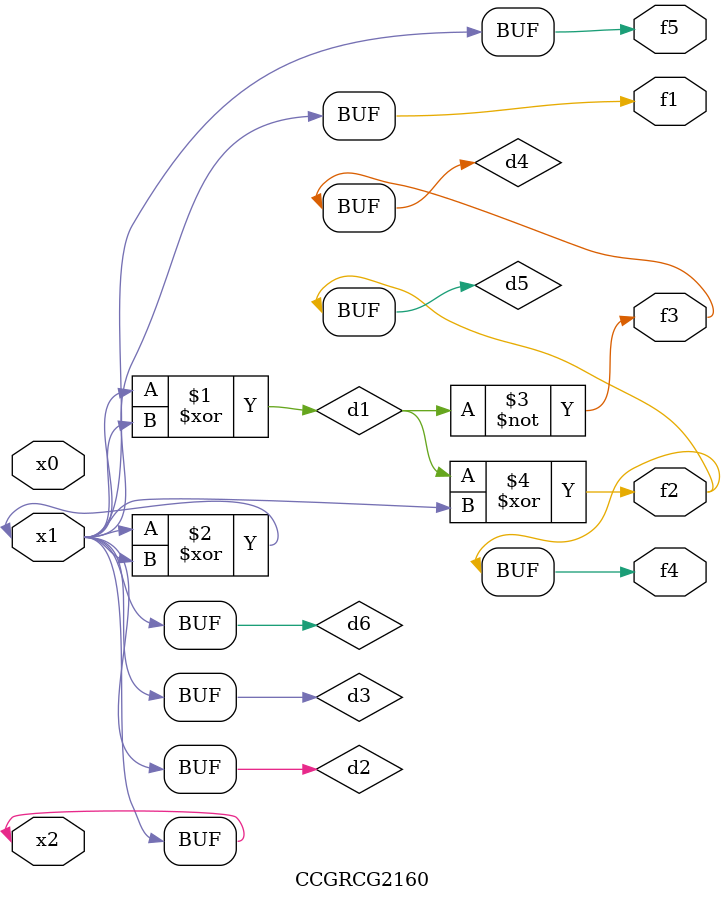
<source format=v>
module CCGRCG2160(
	input x0, x1, x2,
	output f1, f2, f3, f4, f5
);

	wire d1, d2, d3, d4, d5, d6;

	xor (d1, x1, x2);
	buf (d2, x1, x2);
	xor (d3, x1, x2);
	nor (d4, d1);
	xor (d5, d1, d2);
	buf (d6, d2, d3);
	assign f1 = d6;
	assign f2 = d5;
	assign f3 = d4;
	assign f4 = d5;
	assign f5 = d6;
endmodule

</source>
